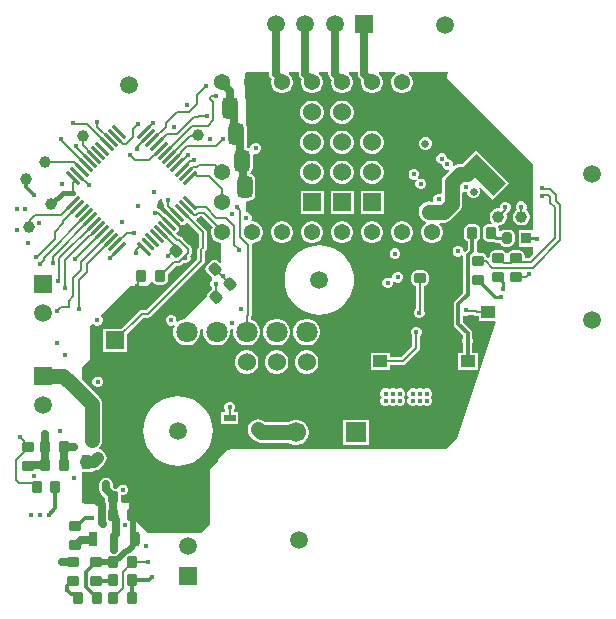
<source format=gtl>
G04*
G04 #@! TF.GenerationSoftware,Altium Limited,Altium Designer,23.4.1 (23)*
G04*
G04 Layer_Physical_Order=1*
G04 Layer_Color=255*
%FSLAX44Y44*%
%MOMM*%
G71*
G04*
G04 #@! TF.SameCoordinates,AB80FC79-285A-43AE-8B4E-7A9897C75676*
G04*
G04*
G04 #@! TF.FilePolarity,Positive*
G04*
G01*
G75*
%ADD10C,0.9906*%
G04:AMPARAMS|DCode=11|XSize=1mm|YSize=0.9mm|CornerRadius=0.225mm|HoleSize=0mm|Usage=FLASHONLY|Rotation=0.000|XOffset=0mm|YOffset=0mm|HoleType=Round|Shape=RoundedRectangle|*
%AMROUNDEDRECTD11*
21,1,1.0000,0.4500,0,0,0.0*
21,1,0.5500,0.9000,0,0,0.0*
1,1,0.4500,0.2750,-0.2250*
1,1,0.4500,-0.2750,-0.2250*
1,1,0.4500,-0.2750,0.2250*
1,1,0.4500,0.2750,0.2250*
%
%ADD11ROUNDEDRECTD11*%
G04:AMPARAMS|DCode=12|XSize=1.475mm|YSize=0.3mm|CornerRadius=0.075mm|HoleSize=0mm|Usage=FLASHONLY|Rotation=225.000|XOffset=0mm|YOffset=0mm|HoleType=Round|Shape=RoundedRectangle|*
%AMROUNDEDRECTD12*
21,1,1.4750,0.1500,0,0,225.0*
21,1,1.3250,0.3000,0,0,225.0*
1,1,0.1500,-0.5215,-0.4154*
1,1,0.1500,0.4154,0.5215*
1,1,0.1500,0.5215,0.4154*
1,1,0.1500,-0.4154,-0.5215*
%
%ADD12ROUNDEDRECTD12*%
G04:AMPARAMS|DCode=13|XSize=1mm|YSize=0.9mm|CornerRadius=0.225mm|HoleSize=0mm|Usage=FLASHONLY|Rotation=315.000|XOffset=0mm|YOffset=0mm|HoleType=Round|Shape=RoundedRectangle|*
%AMROUNDEDRECTD13*
21,1,1.0000,0.4500,0,0,315.0*
21,1,0.5500,0.9000,0,0,315.0*
1,1,0.4500,0.0354,-0.3536*
1,1,0.4500,-0.3536,0.0354*
1,1,0.4500,-0.0354,0.3536*
1,1,0.4500,0.3536,-0.0354*
%
%ADD13ROUNDEDRECTD13*%
G04:AMPARAMS|DCode=14|XSize=1mm|YSize=0.9mm|CornerRadius=0.225mm|HoleSize=0mm|Usage=FLASHONLY|Rotation=90.000|XOffset=0mm|YOffset=0mm|HoleType=Round|Shape=RoundedRectangle|*
%AMROUNDEDRECTD14*
21,1,1.0000,0.4500,0,0,90.0*
21,1,0.5500,0.9000,0,0,90.0*
1,1,0.4500,0.2250,0.2750*
1,1,0.4500,0.2250,-0.2750*
1,1,0.4500,-0.2250,-0.2750*
1,1,0.4500,-0.2250,0.2750*
%
%ADD14ROUNDEDRECTD14*%
%ADD15R,1.0000X0.6000*%
G04:AMPARAMS|DCode=16|XSize=0.6mm|YSize=1mm|CornerRadius=0.15mm|HoleSize=0mm|Usage=FLASHONLY|Rotation=90.000|XOffset=0mm|YOffset=0mm|HoleType=Round|Shape=RoundedRectangle|*
%AMROUNDEDRECTD16*
21,1,0.6000,0.7000,0,0,90.0*
21,1,0.3000,1.0000,0,0,90.0*
1,1,0.3000,0.3500,0.1500*
1,1,0.3000,0.3500,-0.1500*
1,1,0.3000,-0.3500,-0.1500*
1,1,0.3000,-0.3500,0.1500*
%
%ADD16ROUNDEDRECTD16*%
G04:AMPARAMS|DCode=17|XSize=1.2mm|YSize=0.8mm|CornerRadius=0.2mm|HoleSize=0mm|Usage=FLASHONLY|Rotation=90.000|XOffset=0mm|YOffset=0mm|HoleType=Round|Shape=RoundedRectangle|*
%AMROUNDEDRECTD17*
21,1,1.2000,0.4000,0,0,90.0*
21,1,0.8000,0.8000,0,0,90.0*
1,1,0.4000,0.2000,0.4000*
1,1,0.4000,0.2000,-0.4000*
1,1,0.4000,-0.2000,-0.4000*
1,1,0.4000,-0.2000,0.4000*
%
%ADD17ROUNDEDRECTD17*%
%ADD18R,0.8000X1.2000*%
%ADD19R,0.8500X0.9500*%
G04:AMPARAMS|DCode=20|XSize=0.95mm|YSize=0.85mm|CornerRadius=0.2125mm|HoleSize=0mm|Usage=FLASHONLY|Rotation=270.000|XOffset=0mm|YOffset=0mm|HoleType=Round|Shape=RoundedRectangle|*
%AMROUNDEDRECTD20*
21,1,0.9500,0.4250,0,0,270.0*
21,1,0.5250,0.8500,0,0,270.0*
1,1,0.4250,-0.2125,-0.2625*
1,1,0.4250,-0.2125,0.2625*
1,1,0.4250,0.2125,0.2625*
1,1,0.4250,0.2125,-0.2625*
%
%ADD20ROUNDEDRECTD20*%
G04:AMPARAMS|DCode=21|XSize=1.8mm|YSize=1.3mm|CornerRadius=0.325mm|HoleSize=0mm|Usage=FLASHONLY|Rotation=270.000|XOffset=0mm|YOffset=0mm|HoleType=Round|Shape=RoundedRectangle|*
%AMROUNDEDRECTD21*
21,1,1.8000,0.6500,0,0,270.0*
21,1,1.1500,1.3000,0,0,270.0*
1,1,0.6500,-0.3250,-0.5750*
1,1,0.6500,-0.3250,0.5750*
1,1,0.6500,0.3250,0.5750*
1,1,0.6500,0.3250,-0.5750*
%
%ADD21ROUNDEDRECTD21*%
G04:AMPARAMS|DCode=22|XSize=1.475mm|YSize=0.3mm|CornerRadius=0mm|HoleSize=0mm|Usage=FLASHONLY|Rotation=135.000|XOffset=0mm|YOffset=0mm|HoleType=Round|Shape=Rectangle|*
%AMROTATEDRECTD22*
4,1,4,0.6276,-0.4154,0.4154,-0.6276,-0.6276,0.4154,-0.4154,0.6276,0.6276,-0.4154,0.0*
%
%ADD22ROTATEDRECTD22*%

G04:AMPARAMS|DCode=23|XSize=1.475mm|YSize=0.3mm|CornerRadius=0mm|HoleSize=0mm|Usage=FLASHONLY|Rotation=135.000|XOffset=0mm|YOffset=0mm|HoleType=Round|Shape=Round|*
%AMOVALD23*
21,1,1.1750,0.3000,0.0000,0.0000,135.0*
1,1,0.3000,0.4154,-0.4154*
1,1,0.3000,-0.4154,0.4154*
%
%ADD23OVALD23*%

G04:AMPARAMS|DCode=24|XSize=1.475mm|YSize=0.3mm|CornerRadius=0.075mm|HoleSize=0mm|Usage=FLASHONLY|Rotation=135.000|XOffset=0mm|YOffset=0mm|HoleType=Round|Shape=RoundedRectangle|*
%AMROUNDEDRECTD24*
21,1,1.4750,0.1500,0,0,135.0*
21,1,1.3250,0.3000,0,0,135.0*
1,1,0.1500,-0.4154,0.5215*
1,1,0.1500,0.5215,-0.4154*
1,1,0.1500,0.4154,-0.5215*
1,1,0.1500,-0.5215,0.4154*
%
%ADD24ROUNDEDRECTD24*%
%ADD25R,1.2000X1.0000*%
%ADD26C,1.5000*%
G04:AMPARAMS|DCode=27|XSize=1.5mm|YSize=3.5mm|CornerRadius=0.375mm|HoleSize=0mm|Usage=FLASHONLY|Rotation=225.000|XOffset=0mm|YOffset=0mm|HoleType=Round|Shape=RoundedRectangle|*
%AMROUNDEDRECTD27*
21,1,1.5000,2.7500,0,0,225.0*
21,1,0.7500,3.5000,0,0,225.0*
1,1,0.7500,-1.2374,0.7071*
1,1,0.7500,-0.7071,1.2374*
1,1,0.7500,1.2374,-0.7071*
1,1,0.7500,0.7071,-1.2374*
%
%ADD27ROUNDEDRECTD27*%
G04:AMPARAMS|DCode=28|XSize=1.5mm|YSize=3.5mm|CornerRadius=0mm|HoleSize=0mm|Usage=FLASHONLY|Rotation=225.000|XOffset=0mm|YOffset=0mm|HoleType=Round|Shape=Rectangle|*
%AMROTATEDRECTD28*
4,1,4,-0.7071,1.7678,1.7678,-0.7071,0.7071,-1.7678,-1.7678,0.7071,-0.7071,1.7678,0.0*
%
%ADD28ROTATEDRECTD28*%

%ADD29C,0.2032*%
%ADD30C,0.3048*%
%ADD31C,0.4318*%
%ADD32C,0.2540*%
%ADD33C,1.2700*%
%ADD34C,0.6350*%
%ADD35C,1.0160*%
%ADD36C,0.5080*%
%ADD37R,1.5080X1.5080*%
%ADD38C,1.5080*%
%ADD39C,1.3716*%
%ADD40R,1.5080X1.5080*%
%ADD41R,1.8000X1.8000*%
%ADD42C,1.8000*%
%ADD43R,1.4986X1.4986*%
%ADD44C,1.5240*%
%ADD45R,1.7000X1.7000*%
%ADD46C,1.7000*%
%ADD47R,1.4986X1.4986*%
G04:AMPARAMS|DCode=48|XSize=1mm|YSize=1.6mm|CornerRadius=0mm|HoleSize=0mm|Usage=FLASHONLY|Rotation=315.000|XOffset=0mm|YOffset=0mm|HoleType=Round|Shape=Round|*
%AMOVALD48*
21,1,0.6000,1.0000,0.0000,0.0000,45.0*
1,1,1.0000,-0.2121,-0.2121*
1,1,1.0000,0.2121,0.2121*
%
%ADD48OVALD48*%

%ADD49C,0.6750*%
G04:AMPARAMS|DCode=50|XSize=1mm|YSize=2.1mm|CornerRadius=0mm|HoleSize=0mm|Usage=FLASHONLY|Rotation=315.000|XOffset=0mm|YOffset=0mm|HoleType=Round|Shape=Round|*
%AMOVALD50*
21,1,1.1000,1.0000,0.0000,0.0000,45.0*
1,1,1.0000,-0.3889,-0.3889*
1,1,1.0000,0.3889,0.3889*
%
%ADD50OVALD50*%

%ADD51C,0.4500*%
%ADD52C,0.5000*%
G36*
X369062Y453095D02*
X368301Y452334D01*
X367859Y451673D01*
X367704Y450892D01*
X367859Y450112D01*
X368301Y449450D01*
X368301Y449450D01*
X440993Y376759D01*
Y354990D01*
X440993Y320588D01*
X428737D01*
Y306516D01*
X440993D01*
Y300026D01*
X437510Y296543D01*
X433875D01*
Y298750D01*
X433523Y300520D01*
X432520Y302020D01*
X431020Y303023D01*
X429250Y303375D01*
X423750D01*
X421980Y303023D01*
X420480Y302020D01*
X419689Y300836D01*
X419611Y300808D01*
X418538Y300768D01*
X418277Y300836D01*
X417549Y301927D01*
X416049Y302929D01*
X414279Y303281D01*
X408779D01*
X407009Y302929D01*
X405508Y301927D01*
X404506Y300426D01*
X404154Y298656D01*
Y297274D01*
X402884Y296892D01*
X401997Y297485D01*
X401438Y297596D01*
X401279Y298394D01*
X400277Y299895D01*
X398777Y300897D01*
X397007Y301249D01*
X394133D01*
X393095Y302519D01*
X393189Y302992D01*
Y310821D01*
X393325Y310847D01*
X394825Y311850D01*
X395827Y313351D01*
X396180Y315120D01*
Y320620D01*
X395827Y322390D01*
X394825Y323891D01*
X393325Y324893D01*
X391555Y325245D01*
X387055D01*
X385285Y324893D01*
X383784Y323891D01*
X382782Y322390D01*
X382430Y320620D01*
Y315120D01*
X382782Y313351D01*
X383784Y311850D01*
X385285Y310847D01*
X385420Y310821D01*
Y304601D01*
X383130Y302312D01*
X381861Y302838D01*
Y303447D01*
X381170Y305114D01*
X379894Y306390D01*
X378227Y307080D01*
X376422D01*
X374755Y306390D01*
X373479Y305114D01*
X372789Y303447D01*
Y301642D01*
X373479Y299975D01*
X374755Y298699D01*
X376422Y298008D01*
X378227D01*
X379894Y298699D01*
X380292Y299097D01*
X381562Y298571D01*
Y267282D01*
X378860Y264579D01*
X378859Y264579D01*
X374951Y260671D01*
X374109Y259411D01*
X373813Y257924D01*
Y240845D01*
X374109Y239358D01*
X374951Y238098D01*
X381736Y231313D01*
Y229147D01*
X381727Y229137D01*
X381036Y227470D01*
Y225666D01*
X381727Y223999D01*
X381736Y223989D01*
Y216698D01*
X377335D01*
Y202126D01*
X393907D01*
Y216698D01*
X389505D01*
Y224211D01*
X390108Y225666D01*
Y227470D01*
X389505Y228925D01*
Y232922D01*
X389210Y234409D01*
X388368Y235669D01*
X381583Y242454D01*
Y247674D01*
X382639Y248380D01*
X383212Y248142D01*
X385017D01*
X386421Y248724D01*
X386454Y248718D01*
X390830D01*
X390860Y248688D01*
X391952Y247958D01*
X393241Y247702D01*
X394777D01*
Y243782D01*
X408632D01*
X409374Y242752D01*
X376514Y144171D01*
X367587Y135244D01*
X199626Y135244D01*
X184453D01*
X183455Y134247D01*
X182178D01*
X182178Y134247D01*
X181398Y134091D01*
X180736Y133649D01*
X180736Y133649D01*
X174629Y127542D01*
X174187Y126881D01*
X174032Y126100D01*
Y124823D01*
X167689Y118480D01*
Y71998D01*
X159815Y64124D01*
X114349Y64124D01*
X99617Y78856D01*
Y89524D01*
X93291D01*
X92249Y90794D01*
X92368Y91392D01*
Y95811D01*
X92590Y95960D01*
X94395D01*
X96062Y96651D01*
X97338Y97927D01*
X98029Y99594D01*
Y101398D01*
X97338Y103066D01*
X96062Y104342D01*
X94395Y105032D01*
X92590D01*
X90923Y104342D01*
X89647Y103066D01*
X88957Y101398D01*
X88836Y101300D01*
X87743Y101517D01*
X86492D01*
X84865Y103145D01*
Y105272D01*
X84441Y107403D01*
X83234Y109209D01*
X81427Y110416D01*
X79297Y110840D01*
X77166Y110416D01*
X75360Y109209D01*
X74152Y107403D01*
X73729Y105272D01*
Y100838D01*
X74152Y98708D01*
X75360Y96901D01*
X78618Y93643D01*
Y91392D01*
X78737Y90794D01*
X77695Y89524D01*
X58723D01*
Y115856D01*
X68549D01*
Y116713D01*
X68957D01*
X70880Y116966D01*
X72671Y117708D01*
X74210Y118889D01*
X77692Y122371D01*
X78873Y123910D01*
X79615Y125701D01*
X79868Y127624D01*
X79615Y129547D01*
X78873Y131339D01*
X77692Y132878D01*
X76153Y134059D01*
X74362Y134801D01*
X73342Y134935D01*
X72986Y136263D01*
X73550Y136696D01*
X74934Y138500D01*
X75805Y140601D01*
X76101Y142855D01*
Y173058D01*
X75805Y175313D01*
X74934Y177413D01*
X73550Y179217D01*
X58723Y194045D01*
Y204265D01*
X65786Y211328D01*
Y239014D01*
X68164Y241392D01*
X69301Y240254D01*
X70968Y239564D01*
X72773D01*
X74440Y240254D01*
X75716Y241530D01*
X76407Y243197D01*
Y245002D01*
X75716Y246669D01*
X74579Y247806D01*
X79564Y252792D01*
X99822Y273050D01*
X113792Y273050D01*
X117269Y276527D01*
X118847Y276309D01*
X119368Y275528D01*
X120869Y274526D01*
X122639Y274173D01*
X127139D01*
X128909Y274526D01*
X130409Y275528D01*
X131412Y277029D01*
X131763Y278798D01*
Y283662D01*
X138463Y290361D01*
X141317D01*
X142605Y290618D01*
X143698Y291347D01*
X145070Y292720D01*
X145507Y292539D01*
X147311D01*
X148979Y293229D01*
X150255Y294505D01*
X150945Y296173D01*
Y297977D01*
X150764Y298414D01*
X150940Y298589D01*
X151669Y299681D01*
X151926Y300970D01*
Y304514D01*
X151669Y305802D01*
X150940Y306895D01*
X143610Y314224D01*
X142518Y314953D01*
X141230Y315210D01*
X141151D01*
X138959Y317402D01*
X139071Y318539D01*
X140131Y319600D01*
X140802Y320604D01*
X141038Y321789D01*
X140802Y322973D01*
X140131Y323978D01*
X130762Y333347D01*
X129758Y334018D01*
X129329Y334103D01*
X125909Y337523D01*
X124817Y338253D01*
X123801Y338455D01*
X123444Y338812D01*
Y344678D01*
X125911Y347145D01*
X126573Y346901D01*
X127085Y346523D01*
Y344908D01*
X127775Y343241D01*
X128254Y342762D01*
Y341192D01*
X128510Y339904D01*
X129240Y338811D01*
X131638Y336413D01*
X131724Y335984D01*
X132395Y334979D01*
X141764Y325610D01*
X142768Y324939D01*
X143953Y324704D01*
X145138Y324939D01*
X146142Y325610D01*
X147141Y326610D01*
X148466Y326656D01*
X158086Y317037D01*
Y306887D01*
X157704Y306506D01*
X156974Y305413D01*
X156718Y304125D01*
Y296099D01*
X113667Y253049D01*
X109532D01*
X108244Y252792D01*
X107152Y252063D01*
X92057Y236968D01*
X77167D01*
Y217316D01*
X96819D01*
Y232207D01*
X110927Y246315D01*
X115062D01*
X116350Y246572D01*
X117443Y247301D01*
X162465Y292324D01*
X163195Y293416D01*
X163451Y294705D01*
Y302731D01*
X163833Y303112D01*
X164563Y304204D01*
X164819Y305493D01*
Y318431D01*
X164563Y319720D01*
X163833Y320812D01*
X155805Y328839D01*
X156223Y330218D01*
X156536Y330280D01*
X157629Y331010D01*
X158177Y331558D01*
X158798Y331973D01*
X158801Y331976D01*
X160611D01*
X169568Y323018D01*
X169074Y322162D01*
X168451Y319836D01*
Y317428D01*
X169074Y315103D01*
X170278Y313018D01*
X171980Y311315D01*
X174065Y310112D01*
X176391Y309488D01*
X177038D01*
Y293293D01*
X175865Y292806D01*
X174566Y294105D01*
X173066Y295107D01*
X171296Y295460D01*
X169526Y295107D01*
X168026Y294105D01*
X164844Y290923D01*
X163841Y289423D01*
X163489Y287653D01*
X163841Y285883D01*
X164844Y284382D01*
X168733Y280493D01*
X169182Y280194D01*
X169265Y280005D01*
X169261Y278613D01*
X168415Y277768D01*
X167725Y276101D01*
Y274296D01*
X168415Y272629D01*
X168894Y272150D01*
Y269973D01*
X166030Y267109D01*
X165028Y265609D01*
X164776Y264344D01*
X145633Y245201D01*
X143266Y244567D01*
X140693Y243081D01*
X140044Y242432D01*
X138972Y243144D01*
X138966Y243150D01*
Y244953D01*
X138275Y246620D01*
X136999Y247896D01*
X135332Y248586D01*
X133527D01*
X131860Y247896D01*
X130584Y246620D01*
X129894Y244953D01*
Y243148D01*
X130584Y241481D01*
X131860Y240205D01*
X133527Y239514D01*
X135332D01*
X136576Y240030D01*
X137461Y239021D01*
X137106Y238407D01*
X136472Y236040D01*
X136353Y235921D01*
X136417Y235837D01*
X136337Y235536D01*
Y232565D01*
X137106Y229694D01*
X138592Y227121D01*
X140693Y225019D01*
X143266Y223533D01*
X146137Y222764D01*
X149108D01*
X151979Y223533D01*
X154552Y225019D01*
X156654Y227121D01*
X158139Y229694D01*
X158909Y232565D01*
Y235536D01*
X158828Y235837D01*
X159601Y236844D01*
X161044D01*
X161817Y235837D01*
X161737Y235536D01*
Y232565D01*
X162506Y229694D01*
X163992Y227121D01*
X166093Y225019D01*
X168666Y223533D01*
X171537Y222764D01*
X174508D01*
X177379Y223533D01*
X179952Y225019D01*
X182054Y227121D01*
X183540Y229694D01*
X184309Y232565D01*
Y235536D01*
X184228Y235837D01*
X185001Y236844D01*
X186444D01*
X187217Y235837D01*
X187137Y235536D01*
Y232565D01*
X187906Y229694D01*
X189392Y227121D01*
X191493Y225019D01*
X194066Y223533D01*
X196937Y222764D01*
X199909D01*
X202779Y223533D01*
X204519Y224538D01*
X205352Y225019D01*
X207454Y227121D01*
X208939Y229694D01*
X209709Y232565D01*
Y235536D01*
X208939Y238407D01*
X207454Y240980D01*
X205352Y243081D01*
X202779Y244567D01*
X201789Y244832D01*
Y246649D01*
X202464Y247659D01*
X202721Y248948D01*
Y307905D01*
X202658Y308218D01*
X203678Y309488D01*
X204199D01*
X206524Y310112D01*
X208609Y311315D01*
X210312Y313018D01*
X211516Y315103D01*
X212139Y317428D01*
Y319836D01*
X211516Y322162D01*
X210312Y324247D01*
X208609Y325949D01*
X206524Y327153D01*
X204199Y327776D01*
X202951D01*
X202173Y329046D01*
X202588Y330049D01*
Y331854D01*
X201897Y333521D01*
X200621Y334797D01*
X198954Y335487D01*
X198235D01*
X198174Y344347D01*
X199068Y345248D01*
X200243D01*
X202403Y345677D01*
X204234Y346901D01*
X205457Y348732D01*
X205887Y350892D01*
Y362392D01*
X205457Y364552D01*
X204234Y366384D01*
X202403Y367607D01*
X201311Y367824D01*
Y369118D01*
X201734Y369401D01*
X202957Y371232D01*
X203387Y373392D01*
Y384431D01*
X204266Y385190D01*
X204600Y385304D01*
X205092Y385100D01*
X206896D01*
X208563Y385791D01*
X209839Y387067D01*
X210530Y388734D01*
Y390538D01*
X209839Y392205D01*
X208563Y393481D01*
X206896Y394172D01*
X205092D01*
X203425Y393481D01*
X202149Y392205D01*
X201476Y390583D01*
X201372Y390381D01*
X200230Y389888D01*
X199903Y390107D01*
X198649Y390356D01*
Y392098D01*
X198339Y393656D01*
Y395652D01*
X198387Y395892D01*
Y407392D01*
X197957Y409552D01*
X197718Y409910D01*
X197418Y453204D01*
X198680Y454268D01*
X217331D01*
Y453035D01*
X217754Y450904D01*
X218962Y449098D01*
X219668Y448392D01*
X219251Y446836D01*
Y444428D01*
X219874Y442103D01*
X221078Y440018D01*
X222780Y438315D01*
X224865Y437112D01*
X227191Y436488D01*
X229599D01*
X231924Y437112D01*
X234009Y438315D01*
X235712Y440018D01*
X236915Y442103D01*
X237539Y444428D01*
Y446836D01*
X236915Y449162D01*
X235712Y451247D01*
X234009Y452949D01*
X233925Y452998D01*
X234265Y454268D01*
X242331D01*
Y453035D01*
X242754Y450904D01*
X243962Y449098D01*
X244983Y448076D01*
X244651Y446836D01*
Y444428D01*
X245274Y442103D01*
X246478Y440018D01*
X248180Y438315D01*
X250265Y437112D01*
X252591Y436488D01*
X254999D01*
X257324Y437112D01*
X259409Y438315D01*
X261112Y440018D01*
X262316Y442103D01*
X262939Y444428D01*
Y446836D01*
X262316Y449162D01*
X261112Y451247D01*
X259409Y452949D01*
X259325Y452998D01*
X259665Y454268D01*
X267331D01*
Y453035D01*
X267755Y450904D01*
X268962Y449098D01*
X270299Y447761D01*
X270051Y446836D01*
Y444428D01*
X270674Y442103D01*
X271878Y440018D01*
X273580Y438315D01*
X275665Y437112D01*
X277991Y436488D01*
X280399D01*
X282724Y437112D01*
X284809Y438315D01*
X286512Y440018D01*
X287716Y442103D01*
X288339Y444428D01*
Y446836D01*
X287716Y449162D01*
X286512Y451247D01*
X284809Y452949D01*
X284724Y452998D01*
X285065Y454268D01*
X292331D01*
Y453035D01*
X292754Y450904D01*
X293962Y449098D01*
X295614Y447445D01*
X295451Y446836D01*
Y444428D01*
X296074Y442103D01*
X297278Y440018D01*
X298980Y438315D01*
X301065Y437112D01*
X303391Y436488D01*
X305799D01*
X308124Y437112D01*
X310209Y438315D01*
X311912Y440018D01*
X313116Y442103D01*
X313739Y444428D01*
Y446836D01*
X313116Y449162D01*
X311912Y451247D01*
X310209Y452949D01*
X310124Y452998D01*
X310465Y454268D01*
X324125D01*
X324465Y452998D01*
X324380Y452949D01*
X322678Y451247D01*
X321474Y449162D01*
X320851Y446836D01*
Y444428D01*
X321474Y442103D01*
X322678Y440018D01*
X324380Y438315D01*
X326465Y437112D01*
X328791Y436488D01*
X331199D01*
X333524Y437112D01*
X335609Y438315D01*
X337312Y440018D01*
X338516Y442103D01*
X339139Y444428D01*
Y446836D01*
X338516Y449162D01*
X337312Y451247D01*
X335609Y452949D01*
X335524Y452998D01*
X335865Y454268D01*
X368576D01*
X369062Y453095D01*
D02*
G37*
%LPC*%
G36*
X280499Y430138D02*
X277891D01*
X275371Y429463D01*
X273112Y428159D01*
X271268Y426315D01*
X269964Y424056D01*
X269289Y421536D01*
Y418928D01*
X269964Y416409D01*
X271268Y414150D01*
X273112Y412306D01*
X275371Y411002D01*
X277891Y410326D01*
X280499D01*
X283018Y411002D01*
X285277Y412306D01*
X287122Y414150D01*
X288426Y416409D01*
X289101Y418928D01*
Y421536D01*
X288426Y424056D01*
X287122Y426315D01*
X285277Y428159D01*
X283018Y429463D01*
X280499Y430138D01*
D02*
G37*
G36*
X255099D02*
X252491D01*
X249971Y429463D01*
X247712Y428159D01*
X245868Y426315D01*
X244564Y424056D01*
X243889Y421536D01*
Y418928D01*
X244564Y416409D01*
X245868Y414150D01*
X247712Y412306D01*
X249971Y411002D01*
X252491Y410326D01*
X255099D01*
X257618Y411002D01*
X259877Y412306D01*
X261721Y414150D01*
X263026Y416409D01*
X263701Y418928D01*
Y421536D01*
X263026Y424056D01*
X261721Y426315D01*
X259877Y428159D01*
X257618Y429463D01*
X255099Y430138D01*
D02*
G37*
G36*
X350874Y399429D02*
X348622D01*
X346542Y398567D01*
X344949Y396974D01*
X344087Y394894D01*
Y392642D01*
X344949Y390561D01*
X346542Y388969D01*
X348622Y388107D01*
X350874D01*
X352955Y388969D01*
X354548Y390561D01*
X355410Y392642D01*
Y394894D01*
X354548Y396974D01*
X352955Y398567D01*
X350874Y399429D01*
D02*
G37*
G36*
X305899Y404738D02*
X303291D01*
X300771Y404063D01*
X298512Y402759D01*
X296668Y400915D01*
X295364Y398656D01*
X294689Y396137D01*
Y393528D01*
X295364Y391009D01*
X296668Y388750D01*
X298512Y386906D01*
X300771Y385602D01*
X303291Y384926D01*
X305899D01*
X308418Y385602D01*
X310677Y386906D01*
X312521Y388750D01*
X313826Y391009D01*
X314501Y393528D01*
Y396137D01*
X313826Y398656D01*
X312521Y400915D01*
X310677Y402759D01*
X308418Y404063D01*
X305899Y404738D01*
D02*
G37*
G36*
X255099Y404738D02*
X252491D01*
X249971Y404063D01*
X247712Y402759D01*
X245868Y400915D01*
X244564Y398656D01*
X243889Y396137D01*
Y393528D01*
X244564Y391009D01*
X245868Y388750D01*
X247712Y386906D01*
X249971Y385602D01*
X252491Y384926D01*
X255099D01*
X257618Y385602D01*
X259877Y386906D01*
X261721Y388750D01*
X263026Y391009D01*
X263701Y393528D01*
Y396137D01*
X263026Y398656D01*
X261721Y400915D01*
X259877Y402759D01*
X257618Y404063D01*
X255099Y404738D01*
D02*
G37*
G36*
X280499Y404738D02*
X277891D01*
X275371Y404063D01*
X273112Y402759D01*
X271268Y400915D01*
X269964Y398656D01*
X269289Y396137D01*
Y393528D01*
X269964Y391009D01*
X271268Y388750D01*
X273112Y386906D01*
X275371Y385601D01*
X277891Y384926D01*
X280499D01*
X283018Y385601D01*
X285277Y386906D01*
X287122Y388750D01*
X288426Y391009D01*
X289101Y393528D01*
Y396137D01*
X288426Y398656D01*
X287122Y400915D01*
X285277Y402759D01*
X283018Y404063D01*
X280499Y404738D01*
D02*
G37*
G36*
X392953Y388022D02*
X385620Y380689D01*
X385167Y380341D01*
X381347Y376521D01*
X379299D01*
X377045Y376224D01*
X374944Y375354D01*
X374020Y374645D01*
X373210Y375135D01*
X372921Y375402D01*
Y377114D01*
X372230Y378781D01*
X370954Y380057D01*
X369287Y380748D01*
X368143D01*
Y381935D01*
X367453Y383602D01*
X366177Y384878D01*
X364509Y385568D01*
X362705D01*
X361038Y384878D01*
X359762Y383602D01*
X359071Y381935D01*
Y380130D01*
X359762Y378463D01*
X361038Y377187D01*
X362705Y376496D01*
X363849D01*
Y375309D01*
X364539Y373642D01*
X365815Y372366D01*
X367482Y371676D01*
X369050D01*
X369505Y371011D01*
X369673Y370502D01*
X366236Y367066D01*
X364852Y365262D01*
X363982Y363161D01*
X363685Y360907D01*
Y351618D01*
X362415Y350770D01*
X361885Y350989D01*
X360080D01*
X358413Y350299D01*
X357137Y349023D01*
X356447Y347356D01*
Y345551D01*
X356537Y345334D01*
X356218Y344856D01*
X355554Y344388D01*
X355109Y344572D01*
X352855Y344869D01*
X350600Y344572D01*
X348499Y343702D01*
X346695Y342318D01*
X345311Y340514D01*
X344441Y338413D01*
X344144Y336158D01*
X344441Y333904D01*
X345311Y331803D01*
X346695Y329999D01*
X347286Y329408D01*
X349090Y328024D01*
X350105Y327603D01*
X350198Y326190D01*
X349780Y325949D01*
X348078Y324247D01*
X346874Y322162D01*
X346251Y319836D01*
Y317428D01*
X346874Y315103D01*
X348078Y313018D01*
X349780Y311315D01*
X351865Y310112D01*
X354191Y309488D01*
X356599D01*
X358924Y310112D01*
X361009Y311315D01*
X362712Y313018D01*
X363915Y315103D01*
X364539Y317428D01*
Y319836D01*
X363915Y322162D01*
X362712Y324247D01*
X361372Y325587D01*
X361884Y326857D01*
X365492D01*
X367746Y327154D01*
X369847Y328024D01*
X371651Y329408D01*
X378555Y336312D01*
X379939Y338116D01*
X380809Y340217D01*
X381106Y342471D01*
Y351759D01*
X382376Y352608D01*
X382906Y352388D01*
X384710D01*
X384957Y352223D01*
Y351772D01*
X385819Y349691D01*
X387411Y348099D01*
X389492Y347237D01*
X391744D01*
X393825Y348099D01*
X395417Y349691D01*
X396279Y351772D01*
Y354024D01*
X395417Y356105D01*
X396331Y356964D01*
X407095Y346200D01*
X420934Y360040D01*
X392953Y388022D01*
D02*
G37*
G36*
X305899Y379338D02*
X303291D01*
X300771Y378663D01*
X298512Y377359D01*
X296668Y375515D01*
X295364Y373256D01*
X294689Y370737D01*
Y368128D01*
X295364Y365609D01*
X296668Y363350D01*
X298512Y361506D01*
X300771Y360201D01*
X303291Y359526D01*
X305899D01*
X308418Y360201D01*
X310677Y361506D01*
X312521Y363350D01*
X313826Y365609D01*
X314501Y368128D01*
Y370737D01*
X313826Y373256D01*
X312521Y375515D01*
X310677Y377359D01*
X308418Y378663D01*
X305899Y379338D01*
D02*
G37*
G36*
X280499D02*
X277891D01*
X275371Y378663D01*
X273112Y377359D01*
X271268Y375515D01*
X269964Y373256D01*
X269289Y370737D01*
Y368128D01*
X269964Y365609D01*
X271268Y363350D01*
X273112Y361506D01*
X275371Y360201D01*
X277891Y359526D01*
X280499D01*
X283018Y360201D01*
X285277Y361506D01*
X287122Y363350D01*
X288426Y365609D01*
X289101Y368128D01*
Y370737D01*
X288426Y373256D01*
X287122Y375515D01*
X285277Y377359D01*
X283018Y378663D01*
X280499Y379338D01*
D02*
G37*
G36*
X255099Y379338D02*
X252491D01*
X249971Y378663D01*
X247712Y377359D01*
X245868Y375515D01*
X244564Y373256D01*
X243889Y370737D01*
Y368128D01*
X244564Y365609D01*
X245868Y363350D01*
X247712Y361506D01*
X249971Y360201D01*
X252491Y359526D01*
X255099D01*
X257618Y360201D01*
X259877Y361506D01*
X261721Y363350D01*
X263026Y365609D01*
X263701Y368128D01*
Y370737D01*
X263026Y373256D01*
X261721Y375515D01*
X259877Y377359D01*
X257618Y378663D01*
X255099Y379338D01*
D02*
G37*
G36*
X340894Y372317D02*
X339089D01*
X337422Y371626D01*
X336146Y370350D01*
X335455Y368683D01*
Y366879D01*
X336146Y365211D01*
X337422Y363936D01*
X339089Y363245D01*
X340894D01*
X341503Y363497D01*
X342222Y362421D01*
X341897Y362096D01*
X341207Y360429D01*
Y358624D01*
X341897Y356957D01*
X343173Y355681D01*
X344840Y354990D01*
X346645D01*
X348312Y355681D01*
X349588Y356957D01*
X350279Y358624D01*
Y360429D01*
X349588Y362096D01*
X348312Y363372D01*
X346645Y364062D01*
X344840D01*
X344231Y363810D01*
X343512Y364887D01*
X343837Y365211D01*
X344527Y366879D01*
Y368683D01*
X343837Y370350D01*
X342561Y371626D01*
X340894Y372317D01*
D02*
G37*
G36*
X263574Y353811D02*
X244016D01*
Y334253D01*
X263574D01*
Y353811D01*
D02*
G37*
G36*
X314374Y353811D02*
X294816D01*
Y334253D01*
X314374D01*
Y353811D01*
D02*
G37*
G36*
X288974D02*
X269416D01*
Y334253D01*
X288974D01*
Y353811D01*
D02*
G37*
G36*
X431735Y344758D02*
X429930D01*
X428263Y344068D01*
X426987Y342792D01*
X426297Y341125D01*
Y339320D01*
X426975Y337682D01*
X426548Y337435D01*
X425200Y336087D01*
X424247Y334436D01*
X423754Y332595D01*
Y330689D01*
X424247Y328848D01*
X425200Y327197D01*
X426548Y325850D01*
X428199Y324897D01*
X430040Y324403D01*
X431946D01*
X433787Y324897D01*
X435438Y325850D01*
X436785Y327197D01*
X437738Y328848D01*
X438232Y330689D01*
Y332595D01*
X437738Y334436D01*
X436785Y336087D01*
X435438Y337435D01*
X434752Y337831D01*
X435369Y339320D01*
Y341125D01*
X434678Y342792D01*
X433402Y344068D01*
X431735Y344758D01*
D02*
G37*
G36*
X305798Y327776D02*
X303391D01*
X301065Y327153D01*
X298980Y325949D01*
X297278Y324247D01*
X296074Y322162D01*
X295451Y319836D01*
Y317428D01*
X296074Y315103D01*
X297278Y313018D01*
X298980Y311315D01*
X301065Y310112D01*
X303391Y309488D01*
X305798D01*
X308124Y310112D01*
X310209Y311315D01*
X311912Y313018D01*
X313116Y315103D01*
X313739Y317428D01*
Y319836D01*
X313116Y322162D01*
X311912Y324247D01*
X310209Y325949D01*
X308124Y327153D01*
X305798Y327776D01*
D02*
G37*
G36*
X229599Y327776D02*
X227191D01*
X224865Y327153D01*
X222780Y325949D01*
X221078Y324247D01*
X219874Y322162D01*
X219251Y319836D01*
Y317428D01*
X219874Y315103D01*
X221078Y313018D01*
X222780Y311315D01*
X224865Y310112D01*
X227191Y309488D01*
X229599D01*
X231924Y310112D01*
X234009Y311315D01*
X235712Y313018D01*
X236915Y315103D01*
X237539Y317428D01*
Y319836D01*
X236915Y322162D01*
X235712Y324247D01*
X234009Y325949D01*
X231924Y327153D01*
X229599Y327776D01*
D02*
G37*
G36*
X280399Y327776D02*
X277991D01*
X275665Y327153D01*
X273580Y325949D01*
X271878Y324247D01*
X270674Y322162D01*
X270051Y319836D01*
Y317428D01*
X270674Y315103D01*
X271878Y313018D01*
X273580Y311315D01*
X275665Y310112D01*
X277991Y309488D01*
X280399D01*
X282724Y310112D01*
X284809Y311315D01*
X286512Y313018D01*
X287716Y315103D01*
X288339Y317428D01*
Y319836D01*
X287716Y322162D01*
X286512Y324247D01*
X284809Y325949D01*
X282724Y327153D01*
X280399Y327776D01*
D02*
G37*
G36*
X254999D02*
X252591D01*
X250265Y327153D01*
X248180Y325949D01*
X246478Y324247D01*
X245274Y322162D01*
X244651Y319836D01*
Y317428D01*
X245274Y315103D01*
X246478Y313018D01*
X248180Y311315D01*
X250265Y310112D01*
X252591Y309488D01*
X254999D01*
X257324Y310112D01*
X259409Y311315D01*
X261112Y313018D01*
X262316Y315103D01*
X262939Y317428D01*
Y319836D01*
X262316Y322162D01*
X261112Y324247D01*
X259409Y325949D01*
X257324Y327153D01*
X254999Y327776D01*
D02*
G37*
G36*
X331199Y327776D02*
X328791D01*
X326465Y327153D01*
X324380Y325949D01*
X322678Y324247D01*
X321474Y322162D01*
X320851Y319836D01*
Y317428D01*
X321474Y315103D01*
X322678Y313018D01*
X324380Y311315D01*
X326465Y310112D01*
X328791Y309488D01*
X331199D01*
X333524Y310112D01*
X335609Y311315D01*
X337312Y313018D01*
X338516Y315103D01*
X339139Y317428D01*
Y319836D01*
X338516Y322162D01*
X337312Y324247D01*
X335609Y325949D01*
X333524Y327153D01*
X331199Y327776D01*
D02*
G37*
G36*
X418431Y344214D02*
X416626D01*
X414959Y343524D01*
X413683Y342248D01*
X412993Y340581D01*
Y339935D01*
X412228Y338825D01*
X410322D01*
X408480Y338332D01*
X406830Y337379D01*
X405482Y336031D01*
X404529Y334380D01*
X404036Y332539D01*
Y330633D01*
X404529Y328792D01*
X405482Y327141D01*
X406108Y326515D01*
X405582Y325245D01*
X403055D01*
X401285Y324893D01*
X399784Y323891D01*
X398782Y322390D01*
X398430Y320620D01*
Y315120D01*
X398782Y313351D01*
X399784Y311850D01*
X401285Y310847D01*
X403055Y310495D01*
X407555D01*
X407765Y310537D01*
X408266Y310203D01*
X409653Y309927D01*
X412349D01*
X412493Y309206D01*
X413468Y307747D01*
X414927Y306772D01*
X416648Y306430D01*
X420898D01*
X422619Y306772D01*
X424078Y307747D01*
X425053Y309206D01*
X425395Y310927D01*
Y316177D01*
X425053Y317898D01*
X424078Y319357D01*
X422619Y320332D01*
X420898Y320675D01*
X416648D01*
X414927Y320332D01*
X413468Y319357D01*
X413450Y319331D01*
X412179Y319716D01*
Y320620D01*
X411828Y322390D01*
X411368Y323077D01*
X412047Y324347D01*
X412228D01*
X414069Y324841D01*
X415719Y325794D01*
X417067Y327141D01*
X418020Y328792D01*
X418514Y330633D01*
Y332539D01*
X418191Y333742D01*
X419437Y334987D01*
X419965Y335778D01*
X420098Y335833D01*
X421374Y337109D01*
X422065Y338776D01*
Y340581D01*
X421374Y342248D01*
X420098Y343524D01*
X418431Y344214D01*
D02*
G37*
G36*
X324801Y304880D02*
X322996D01*
X321329Y304190D01*
X320053Y302914D01*
X319363Y301247D01*
Y299442D01*
X320053Y297775D01*
X321329Y296499D01*
X322996Y295808D01*
X324801D01*
X326468Y296499D01*
X327744Y297775D01*
X328435Y299442D01*
Y301247D01*
X327744Y302914D01*
X326468Y304190D01*
X324801Y304880D01*
D02*
G37*
G36*
X327284Y285125D02*
X325480D01*
X323813Y284434D01*
X322537Y283158D01*
X321846Y281491D01*
Y279874D01*
X321343Y279500D01*
X320673Y279251D01*
X320372Y279552D01*
X318705Y280242D01*
X316900D01*
X315233Y279552D01*
X313957Y278276D01*
X313267Y276609D01*
Y274804D01*
X313957Y273137D01*
X315233Y271861D01*
X316900Y271170D01*
X318705D01*
X320372Y271861D01*
X321648Y273137D01*
X322339Y274804D01*
Y276421D01*
X322842Y276795D01*
X323512Y277044D01*
X323813Y276743D01*
X325480Y276053D01*
X327284D01*
X328952Y276743D01*
X330228Y278019D01*
X330918Y279687D01*
Y281491D01*
X330228Y283158D01*
X328952Y284434D01*
X327284Y285125D01*
D02*
G37*
G36*
X260000Y307558D02*
X255404Y307197D01*
X250922Y306121D01*
X246663Y304356D01*
X242733Y301948D01*
X239228Y298954D01*
X236234Y295449D01*
X233825Y291518D01*
X232061Y287260D01*
X230985Y282777D01*
X230623Y278182D01*
X230985Y273586D01*
X232061Y269104D01*
X233825Y264845D01*
X236234Y260915D01*
X239228Y257409D01*
X242733Y254416D01*
X246663Y252007D01*
X250922Y250243D01*
X255404Y249167D01*
X260000Y248805D01*
X264596Y249167D01*
X269078Y250243D01*
X273337Y252007D01*
X277267Y254416D01*
X280772Y257409D01*
X283766Y260915D01*
X286175Y264845D01*
X287939Y269104D01*
X289015Y273586D01*
X289377Y278182D01*
X289015Y282777D01*
X287939Y287260D01*
X286175Y291518D01*
X283766Y295449D01*
X280772Y298954D01*
X277267Y301948D01*
X273337Y304356D01*
X269078Y306121D01*
X264596Y307197D01*
X260000Y307558D01*
D02*
G37*
G36*
X347985Y286519D02*
X342485D01*
X340715Y286167D01*
X339214Y285165D01*
X338212Y283664D01*
X337860Y281894D01*
Y277394D01*
X338212Y275625D01*
X339214Y274124D01*
X340715Y273121D01*
X341868Y272892D01*
Y254116D01*
X340627Y252876D01*
X339937Y251209D01*
Y249404D01*
X340627Y247737D01*
X341903Y246461D01*
X343570Y245770D01*
X345375D01*
X347042Y246461D01*
X348318Y247737D01*
X349009Y249404D01*
Y251209D01*
X348601Y252192D01*
Y272892D01*
X349754Y273121D01*
X351255Y274124D01*
X352257Y275625D01*
X352609Y277394D01*
Y281894D01*
X352257Y283664D01*
X351255Y285165D01*
X349754Y286167D01*
X347985Y286519D01*
D02*
G37*
G36*
X250709Y245336D02*
X247737D01*
X244866Y244567D01*
X242293Y243081D01*
X240192Y240980D01*
X238706Y238407D01*
X237937Y235536D01*
Y232565D01*
X238706Y229694D01*
X240192Y227121D01*
X242293Y225019D01*
X244866Y223533D01*
X247737Y222764D01*
X250709D01*
X253579Y223533D01*
X256152Y225019D01*
X258254Y227121D01*
X259739Y229694D01*
X260509Y232565D01*
Y235536D01*
X259739Y238407D01*
X258254Y240980D01*
X256152Y243081D01*
X253579Y244567D01*
X250709Y245336D01*
D02*
G37*
G36*
X225308D02*
X222337D01*
X219466Y244567D01*
X216893Y243081D01*
X214792Y240980D01*
X213306Y238407D01*
X212537Y235536D01*
Y232565D01*
X213306Y229694D01*
X214792Y227121D01*
X216893Y225019D01*
X219466Y223533D01*
X222337Y222764D01*
X225308D01*
X228179Y223533D01*
X230752Y225019D01*
X232854Y227121D01*
X234340Y229694D01*
X235109Y232565D01*
Y235536D01*
X234340Y238407D01*
X232854Y240980D01*
X230752Y243081D01*
X228179Y244567D01*
X225308Y245336D01*
D02*
G37*
G36*
X342902Y238536D02*
X341098D01*
X339431Y237845D01*
X338155Y236569D01*
X337464Y234902D01*
Y233098D01*
X338155Y231431D01*
X338633Y230952D01*
Y222395D01*
X329018Y212779D01*
X319907D01*
Y216698D01*
X303335D01*
Y202126D01*
X319907D01*
Y206046D01*
X330412D01*
X331701Y206302D01*
X332793Y207032D01*
X344381Y218619D01*
X345110Y219712D01*
X345367Y221000D01*
Y230952D01*
X345845Y231431D01*
X346536Y233098D01*
Y234902D01*
X345845Y236569D01*
X344569Y237845D01*
X342902Y238536D01*
D02*
G37*
G36*
X250527Y218556D02*
X247918D01*
X245399Y217881D01*
X243140Y216577D01*
X241296Y214733D01*
X239992Y212474D01*
X239317Y209954D01*
Y207346D01*
X239992Y204827D01*
X241296Y202568D01*
X243140Y200724D01*
X245399Y199419D01*
X247918Y198744D01*
X250527D01*
X253046Y199419D01*
X255305Y200724D01*
X257149Y202568D01*
X258454Y204827D01*
X259129Y207346D01*
Y209954D01*
X258454Y212474D01*
X257149Y214733D01*
X255305Y216577D01*
X253046Y217881D01*
X250527Y218556D01*
D02*
G37*
G36*
X225127D02*
X222519D01*
X219999Y217881D01*
X217740Y216577D01*
X215896Y214733D01*
X214592Y212474D01*
X213917Y209954D01*
Y207346D01*
X214592Y204827D01*
X215896Y202568D01*
X217740Y200724D01*
X219999Y199419D01*
X222519Y198744D01*
X225127D01*
X227646Y199419D01*
X229905Y200724D01*
X231749Y202568D01*
X233054Y204827D01*
X233729Y207346D01*
Y209954D01*
X233054Y212474D01*
X231749Y214733D01*
X229905Y216577D01*
X227646Y217881D01*
X225127Y218556D01*
D02*
G37*
G36*
X199727D02*
X197118D01*
X194599Y217881D01*
X192340Y216577D01*
X190496Y214733D01*
X189192Y212474D01*
X188517Y209954D01*
Y207346D01*
X189192Y204827D01*
X190496Y202568D01*
X192340Y200724D01*
X194599Y199419D01*
X197118Y198744D01*
X199727D01*
X202246Y199419D01*
X204505Y200724D01*
D01*
X206349Y202568D01*
X207654Y204827D01*
X208329Y207346D01*
Y209954D01*
X207654Y212474D01*
X206349Y214733D01*
X204615Y216467D01*
X204505Y216577D01*
X202246Y217881D01*
X199727Y218556D01*
D02*
G37*
G36*
X73138Y196467D02*
X71334D01*
X69667Y195777D01*
X68391Y194501D01*
X67700Y192833D01*
Y191029D01*
X68391Y189362D01*
X69667Y188086D01*
X71334Y187395D01*
X73138D01*
X74805Y188086D01*
X76081Y189362D01*
X76772Y191029D01*
Y192833D01*
X76081Y194501D01*
X74805Y195777D01*
X73138Y196467D01*
D02*
G37*
G36*
X351902Y186536D02*
X350098D01*
X348430Y185845D01*
X348000Y185415D01*
X347569Y185845D01*
X345902Y186536D01*
X344098D01*
X342431Y185845D01*
X342000Y185415D01*
X341569Y185845D01*
X339902Y186536D01*
X338098D01*
X336431Y185845D01*
X335155Y184569D01*
X334464Y182902D01*
Y181098D01*
X335155Y179431D01*
X335585Y179000D01*
X335155Y178570D01*
X334464Y176902D01*
Y175098D01*
X335155Y173431D01*
X336431Y172155D01*
X338098Y171464D01*
X339902D01*
X341569Y172155D01*
X342000Y172585D01*
X342431Y172155D01*
X344098Y171464D01*
X345902D01*
X347569Y172155D01*
X348000Y172585D01*
X348430Y172155D01*
X350098Y171464D01*
X351902D01*
X353569Y172155D01*
X354845Y173431D01*
X355536Y175098D01*
Y176902D01*
X354845Y178570D01*
X354415Y179000D01*
X354845Y179431D01*
X355536Y181098D01*
Y182902D01*
X354845Y184569D01*
X353569Y185845D01*
X351902Y186536D01*
D02*
G37*
G36*
X328902Y186536D02*
X327098D01*
X325430Y185845D01*
X325000Y185415D01*
X324569Y185845D01*
X322902Y186536D01*
X321098D01*
X319431Y185845D01*
X319000Y185415D01*
X318569Y185845D01*
X316902Y186536D01*
X315098D01*
X313431Y185845D01*
X312155Y184569D01*
X311464Y182902D01*
Y181098D01*
X312155Y179431D01*
X312585Y179000D01*
X312155Y178569D01*
X311464Y176902D01*
Y175098D01*
X312155Y173431D01*
X313431Y172155D01*
X315098Y171464D01*
X316902D01*
X318569Y172155D01*
X319000Y172585D01*
X319431Y172155D01*
X321098Y171464D01*
X322902D01*
X324569Y172155D01*
X325000Y172585D01*
X325430Y172155D01*
X327098Y171464D01*
X328902D01*
X330569Y172155D01*
X331845Y173431D01*
X332536Y175098D01*
Y176902D01*
X331845Y178569D01*
X331415Y179000D01*
X331845Y179431D01*
X332536Y181098D01*
Y182902D01*
X331845Y184569D01*
X330569Y185845D01*
X328902Y186536D01*
D02*
G37*
G36*
X184895Y175038D02*
X183090D01*
X181423Y174348D01*
X180147Y173072D01*
X179457Y171405D01*
Y169600D01*
X180147Y167933D01*
X180382Y167698D01*
X180036Y166428D01*
X176707D01*
Y155856D01*
X191279D01*
Y166428D01*
X187949D01*
X187604Y167698D01*
X187838Y167933D01*
X188529Y169600D01*
Y171405D01*
X187838Y173072D01*
X186562Y174348D01*
X184895Y175038D01*
D02*
G37*
G36*
X301579Y159928D02*
X280007D01*
Y138356D01*
X301579D01*
Y159928D01*
D02*
G37*
G36*
X207993Y160353D02*
X205738Y160056D01*
D01*
X203637Y159186D01*
X201833Y157802D01*
X200449Y155998D01*
X199579Y153897D01*
X199282Y151642D01*
X199579Y149388D01*
X200449Y147287D01*
X201534Y145873D01*
X201833Y145483D01*
X204333Y142983D01*
X206137Y141599D01*
X208238Y140729D01*
X210493Y140432D01*
X233508D01*
X235829Y139091D01*
X238573Y138356D01*
X241413D01*
X244156Y139091D01*
X246615Y140511D01*
X248624Y142520D01*
X250044Y144979D01*
X250779Y147722D01*
Y150562D01*
X250044Y153306D01*
X248624Y155765D01*
X246615Y157773D01*
X244156Y159193D01*
X241413Y159928D01*
X238573D01*
X235829Y159193D01*
X233508Y157853D01*
X214085D01*
X212348Y159186D01*
X210247Y160056D01*
X207993Y160353D01*
D02*
G37*
G36*
X140160Y179845D02*
X135565Y179483D01*
X131082Y178407D01*
X126823Y176643D01*
X122893Y174235D01*
X119388Y171241D01*
X116394Y167736D01*
X113985Y163805D01*
X112221Y159546D01*
X111145Y155064D01*
X110784Y150469D01*
X111145Y145873D01*
X112221Y141391D01*
X113985Y137132D01*
X116394Y133201D01*
X119388Y129696D01*
X122893Y126702D01*
X126823Y124294D01*
X131082Y122530D01*
X135565Y121454D01*
X140160Y121092D01*
X144756Y121454D01*
X149238Y122530D01*
X153497Y124294D01*
X157427Y126702D01*
X160932Y129696D01*
X163926Y133201D01*
X166335Y137132D01*
X168099Y141391D01*
X169175Y145873D01*
X169537Y150469D01*
X169175Y155064D01*
X168099Y159546D01*
X166335Y163805D01*
X163926Y167736D01*
X160932Y171241D01*
X157427Y174235D01*
X153497Y176643D01*
X149238Y178407D01*
X144756Y179483D01*
X140160Y179845D01*
D02*
G37*
%LPD*%
D10*
X27940Y378206D02*
D03*
X13970Y322834D02*
D03*
X33020Y342392D02*
D03*
X11176Y363982D02*
D03*
X157226Y400558D02*
D03*
X59436Y400304D02*
D03*
X411275Y331586D02*
D03*
X430993Y331642D02*
D03*
D11*
X426500Y296500D02*
D03*
Y280500D02*
D03*
X53493Y69642D02*
D03*
Y53642D02*
D03*
X70993Y23642D02*
D03*
Y39642D02*
D03*
X50993Y23642D02*
D03*
Y39642D02*
D03*
X13493Y121142D02*
D03*
X13493Y137142D02*
D03*
X345235Y295644D02*
D03*
Y279644D02*
D03*
X394257Y278374D02*
D03*
Y294374D02*
D03*
X411529Y280406D02*
D03*
Y296406D02*
D03*
D12*
X69258Y325943D02*
D03*
X150405Y364664D02*
D03*
X146870Y368200D02*
D03*
X143334Y371735D02*
D03*
X139799Y375271D02*
D03*
X136263Y378806D02*
D03*
X132728Y382342D02*
D03*
X129192Y385877D02*
D03*
X125656Y389413D02*
D03*
X122121Y392948D02*
D03*
X118586Y396484D02*
D03*
X115050Y400019D02*
D03*
X111514Y403555D02*
D03*
X51580Y343620D02*
D03*
X55116Y340085D02*
D03*
X58651Y336549D02*
D03*
X62187Y333014D02*
D03*
X65722Y329478D02*
D03*
X72793Y322407D02*
D03*
X76329Y318872D02*
D03*
X79864Y315336D02*
D03*
X83400Y311801D02*
D03*
X86935Y308265D02*
D03*
X90471Y304730D02*
D03*
D13*
X172836Y263486D02*
D03*
X184149Y274799D02*
D03*
X171649Y287299D02*
D03*
X160336Y275986D02*
D03*
X149978Y314129D02*
D03*
X138664Y302815D02*
D03*
D14*
X36493Y102832D02*
D03*
X20493Y102832D02*
D03*
X101493Y39142D02*
D03*
X85493D02*
D03*
X101493Y24142D02*
D03*
X85493D02*
D03*
Y9142D02*
D03*
X101493Y9142D02*
D03*
X85493Y94142D02*
D03*
X101493Y94142D02*
D03*
X85493Y79142D02*
D03*
X101493D02*
D03*
X27993Y121642D02*
D03*
X43993D02*
D03*
X27993Y136642D02*
D03*
X43993D02*
D03*
X71493Y9142D02*
D03*
X55493D02*
D03*
X108889Y281548D02*
D03*
X124889D02*
D03*
X405305Y317870D02*
D03*
X389305D02*
D03*
D15*
X183993Y161142D02*
D03*
D16*
Y142142D02*
D03*
X207993Y151642D02*
D03*
D17*
X103493Y59142D02*
D03*
X97263Y124142D02*
D03*
D18*
X68493Y59142D02*
D03*
X62263Y124142D02*
D03*
D19*
X435273Y313552D02*
D03*
D20*
X418773D02*
D03*
D21*
X184493Y424142D02*
D03*
X212493D02*
D03*
X189493Y401642D02*
D03*
X217493D02*
D03*
X194493Y379142D02*
D03*
X222493D02*
D03*
X196993Y356642D02*
D03*
X224993D02*
D03*
D22*
X111514Y304730D02*
D03*
D23*
X115050Y308265D02*
D03*
D24*
X118586Y311801D02*
D03*
X122121Y315336D02*
D03*
X125656Y318872D02*
D03*
X129192Y322407D02*
D03*
X132728Y325943D02*
D03*
X136263Y329478D02*
D03*
X139799Y333014D02*
D03*
X143334Y336549D02*
D03*
X146870Y340085D02*
D03*
X150405Y343620D02*
D03*
X90471Y403555D02*
D03*
X86935Y400019D02*
D03*
X83400Y396484D02*
D03*
X79864Y392948D02*
D03*
X76329Y389413D02*
D03*
X72793Y385877D02*
D03*
X69258Y382342D02*
D03*
X65722Y378806D02*
D03*
X62187Y375271D02*
D03*
X58651Y371735D02*
D03*
X55116Y368200D02*
D03*
X51580Y364664D02*
D03*
D25*
X329063Y251068D02*
D03*
X403063D02*
D03*
X311621Y209412D02*
D03*
X385621D02*
D03*
D26*
X490537Y243924D02*
D03*
X242831Y57698D02*
D03*
X99173Y443502D02*
D03*
X490993Y368048D02*
D03*
X365993Y494142D02*
D03*
X140160Y150469D02*
D03*
X260000Y278182D02*
D03*
D27*
X363961Y403173D02*
D03*
D28*
X400024Y367111D02*
D03*
D29*
X171918Y287299D02*
X177785Y281432D01*
X171649Y287299D02*
X171918D01*
X177785Y281432D02*
X178054D01*
X177517D02*
X184149Y274799D01*
X141230Y311843D02*
X148559Y304514D01*
Y300970D02*
Y304514D01*
X144664Y297075D02*
X146409D01*
X141317Y293728D02*
X148559Y300970D01*
X191565Y303646D02*
Y304053D01*
X188022Y307596D02*
X191565Y304053D01*
X27940Y378206D02*
X52180D01*
X58651Y371735D01*
X13970Y322834D02*
X14801Y323666D01*
Y329254D01*
X19050Y333502D01*
X41462D01*
X51580Y343620D01*
X59436Y392164D02*
X69258Y382342D01*
X59436Y392164D02*
Y400304D01*
X330412Y209412D02*
X342000Y221000D01*
Y234000D01*
X311621Y209412D02*
X330412D01*
X129192Y385877D02*
X140963Y397648D01*
X141111D01*
X153444Y416088D02*
X156852D01*
X139323Y401966D02*
X153444Y416088D01*
X141111Y397648D02*
X152403Y408940D01*
X131139Y401966D02*
X139323D01*
X122121Y392948D02*
X131139Y401966D01*
X152403Y408940D02*
X165608D01*
X130037Y407935D02*
Y410961D01*
X139482Y420406D02*
X149874D01*
X130037Y410961D02*
X139482Y420406D01*
X118586Y396484D02*
X130037Y407935D01*
X62821Y409992D02*
X79864Y392948D01*
X52956Y409992D02*
X62821D01*
X51722Y411226D02*
X52956Y409992D01*
X51054Y411226D02*
X51722D01*
X102247Y406031D02*
X106680Y410464D01*
X96266Y393446D02*
X102247Y399427D01*
Y406031D01*
X93509Y393446D02*
X96266D01*
X86935Y400019D02*
X93509Y393446D01*
X71882Y408002D02*
X83400Y396484D01*
X71882Y408002D02*
Y411988D01*
X156767Y427299D02*
Y435219D01*
X164133Y442584D01*
X156852Y416088D02*
X157407Y416642D01*
X149874Y420406D02*
X156767Y427299D01*
X157407Y416642D02*
X164639D01*
X172874Y391674D02*
X178457Y397256D01*
X156742Y400074D02*
X157226Y400558D01*
X150459Y400074D02*
X156742D01*
X132728Y382342D02*
X150459Y400074D01*
X165608Y408940D02*
X170191Y413523D01*
X35750Y318939D02*
X43184Y326373D01*
Y328154D01*
X55116Y340085D01*
X160085Y304125D02*
X161452Y305493D01*
Y318431D01*
X115062Y249682D02*
X160085Y294705D01*
X143334Y336549D02*
X161452Y318431D01*
X160085Y294705D02*
Y304125D01*
X172085Y433960D02*
X172212Y434086D01*
X168910Y433960D02*
X172085D01*
X167720Y432769D02*
X168910Y433960D01*
X167720Y431212D02*
Y432769D01*
Y431212D02*
X170191Y428741D01*
Y413523D02*
Y428741D01*
X105684Y273463D02*
X106166Y273946D01*
X105684Y272796D02*
Y273463D01*
X37952Y252328D02*
X40943Y255319D01*
X47801D01*
X37952Y251813D02*
Y252328D01*
X111506Y198882D02*
X111760D01*
X115570Y195072D02*
X124460Y203962D01*
Y243339D01*
X111760Y198882D02*
X115570Y195072D01*
X86993Y227142D02*
X109532Y249682D01*
X115062D01*
X124889Y281548D02*
X137068Y293728D01*
X141317D01*
X155900Y307792D02*
Y307815D01*
X149978Y313738D02*
Y314129D01*
Y313738D02*
X155900Y307815D01*
X151892Y270764D02*
X157114Y275986D01*
X160336D01*
X157406Y335342D02*
X162006D01*
X155438Y339660D02*
X164014D01*
X177595Y318632D02*
Y319753D01*
X155248Y333390D02*
X156211Y334354D01*
X155244Y339466D02*
X155438Y339660D01*
X162006Y335342D02*
X177595Y319753D01*
X153565Y333390D02*
X155248D01*
X172596Y331078D02*
X181173D01*
X156418Y334354D02*
X157406Y335342D01*
X164014Y339660D02*
X172596Y331078D01*
X156211Y334354D02*
X156418D01*
X150405Y343620D02*
X154560Y339466D01*
X146870Y340085D02*
X146870D01*
X154560Y339466D02*
X155244D01*
X146870Y340085D02*
X153565Y333390D01*
X38518Y277024D02*
X39889Y278395D01*
X426500Y280500D02*
X434678D01*
X437230Y283052D01*
X437388D01*
X440798Y288604D02*
X463853Y311659D01*
X427668Y296500D02*
X430992Y293176D01*
X438905D01*
X406479Y288604D02*
X440798D01*
X400709Y294374D02*
X406479Y288604D01*
X394257Y294374D02*
X400709D01*
X411529Y296406D02*
X412696D01*
X416103Y293000D01*
X421832D01*
X425332Y296500D01*
X427668D01*
X438905Y293176D02*
X459281Y313552D01*
X35750Y312750D02*
Y318939D01*
X21930Y298930D02*
X35750Y312750D01*
X19733Y297699D02*
X20401D01*
X21632Y298930D01*
X47801Y255319D02*
Y260508D01*
X51526Y264233D01*
Y279927D01*
X199354Y248948D02*
Y307905D01*
X198423Y234050D02*
Y248016D01*
X199354Y248948D01*
X192500Y314759D02*
X199354Y307905D01*
X39889Y278395D02*
Y296574D01*
X44360Y271182D02*
Y294938D01*
X65397Y315976D01*
X39889Y296574D02*
X69258Y325943D01*
X66362Y315976D02*
X72793Y322407D01*
X65397Y315976D02*
X66362D01*
X23146Y292160D02*
X26415Y295428D01*
X34250Y292250D02*
Y298006D01*
X23146Y291536D02*
Y292160D01*
X56321Y253746D02*
Y278384D01*
X51526Y279927D02*
X58179Y286580D01*
X56321Y278384D02*
X63041Y285104D01*
X53419Y296146D02*
X53429D01*
X76154Y318872D01*
X58179Y293219D02*
X66773Y301813D01*
X58179Y286580D02*
Y293219D01*
X63041Y291442D02*
X83400Y311801D01*
X63041Y285104D02*
Y291442D01*
X66773Y301813D02*
Y302245D01*
X76154Y318872D02*
X76329D01*
X66773Y302245D02*
X79864Y315336D01*
X34250Y298006D02*
X65722Y329478D01*
X21632Y298930D02*
X21930D01*
X190468Y339540D02*
Y339932D01*
Y339540D02*
X192500Y337508D01*
Y314759D02*
Y337508D01*
X188022Y307596D02*
Y324229D01*
X181173Y331078D02*
X188022Y324229D01*
X26415Y295428D02*
Y297242D01*
X62187Y333014D01*
X150322Y378722D02*
X152003D01*
X143334Y371735D02*
X150322Y378722D01*
X152003D02*
X152764Y379483D01*
X153432D01*
X9528Y133010D02*
X13577Y137058D01*
X6399Y145404D02*
X10270Y141533D01*
Y140365D02*
X13493Y137142D01*
X10270Y140365D02*
Y141533D01*
X183993Y161142D02*
Y170502D01*
X54369Y390159D02*
X65722Y378806D01*
X54369Y390159D02*
Y391312D01*
X53897Y391784D02*
X54369Y391312D01*
X41923Y395534D02*
Y397154D01*
X41451Y397626D02*
X41923Y397154D01*
Y395534D02*
X62187Y375271D01*
X172261Y264061D02*
X172836Y263486D01*
X172261Y264061D02*
Y275198D01*
X160336Y275986D02*
Y278037D01*
X156513Y281861D02*
X160336Y278037D01*
X139756Y311843D02*
X141230D01*
X384114Y252678D02*
X384587Y252206D01*
X386332D01*
X386454Y252084D01*
X392225D01*
X393241Y251068D01*
X403063D01*
X156545Y366384D02*
X166274D01*
X177595Y344032D02*
Y355064D01*
X166274Y366384D02*
X177595Y355064D01*
X150405Y364664D02*
X153993Y368252D01*
X154677D01*
X156545Y366384D01*
X158264Y375528D02*
X171365D01*
X139799Y375359D02*
X148626Y384186D01*
X143074Y386574D02*
X148174Y391674D01*
X148626Y384186D02*
Y384274D01*
X146870Y368200D02*
X147150D01*
X152881Y373931D01*
X143074Y385617D02*
Y386574D01*
X152881Y373931D02*
X156666D01*
X136263Y378806D02*
X143074Y385617D01*
X148174Y391674D02*
X172874D01*
X156666Y373931D02*
X158264Y375528D01*
X139799Y375271D02*
Y375359D01*
X136263Y378806D02*
Y378806D01*
X177461Y369432D02*
X177595D01*
X171365Y375528D02*
X177461Y369432D01*
X101493Y39142D02*
X115275D01*
X93521Y31170D02*
X101493Y39142D01*
X93521Y17170D02*
Y31170D01*
X85493Y9142D02*
X93521Y17170D01*
X3016Y109182D02*
X5874Y106324D01*
X9528Y132678D02*
Y133010D01*
X3016Y126166D02*
X9528Y132678D01*
X3016Y109182D02*
Y126166D01*
X5874Y106324D02*
X20175D01*
X20493Y106142D02*
Y106642D01*
X449879Y355045D02*
X455297D01*
X460007Y350335D01*
Y345454D02*
X463853Y341608D01*
Y311659D02*
Y341608D01*
X460007Y345454D02*
Y350335D01*
X449879Y350473D02*
X453403D01*
X448773Y349366D02*
X449879Y350473D01*
X453403D02*
X455435Y348441D01*
X448105Y349366D02*
X448773D01*
X455435Y343560D02*
X459281Y339714D01*
Y313552D02*
Y339714D01*
X455435Y343560D02*
Y348441D01*
X106166Y273946D02*
Y278826D01*
X108889Y281548D01*
X345235Y251736D02*
Y279644D01*
X344473Y250974D02*
X345235Y251736D01*
X344473Y250306D02*
Y250974D01*
X411275Y331586D02*
X417057Y337368D01*
Y339206D01*
X417529Y339678D01*
X430833Y331802D02*
X430993Y331642D01*
X430833Y331802D02*
Y340222D01*
X111514Y403555D02*
X119175Y411215D01*
X99871Y383656D02*
X104109Y379418D01*
X115662D01*
X105677Y390646D02*
X115050Y400019D01*
X105677Y389426D02*
Y390646D01*
X105205Y388954D02*
X105677Y389426D01*
X115662Y379418D02*
X125656Y389413D01*
X104915Y303864D02*
X108305Y307255D01*
X104443Y301360D02*
X104915Y301833D01*
Y303864D01*
X108989Y307255D02*
X111514Y304730D01*
X108305Y307255D02*
X108989D01*
X97074Y318124D02*
X102919D01*
X120699Y335142D02*
X123528D01*
X132728Y325943D01*
X136263Y329478D02*
Y329484D01*
X124509Y341238D02*
X136263Y329484D01*
X51357Y360139D02*
X53389Y362171D01*
X51357Y351933D02*
Y360139D01*
X51580Y364664D02*
X53389Y362855D01*
Y362171D02*
Y362855D01*
X131621Y341192D02*
X139799Y333014D01*
X131621Y341192D02*
Y345810D01*
X102919Y318124D02*
X102969Y318074D01*
X87215Y308265D02*
X97074Y318124D01*
X82599Y297042D02*
X82784D01*
X90471Y304730D01*
X55116Y368200D02*
X64551Y358764D01*
X86935Y308265D02*
X87215D01*
X135870Y302649D02*
Y302815D01*
X131621Y298566D02*
X131788D01*
X135870Y302649D01*
Y302815D02*
X138664D01*
X145736Y313444D02*
Y320006D01*
X129192Y322407D02*
X139756Y311843D01*
X136263Y329478D02*
X145736Y320006D01*
X125656Y318872D02*
X138664Y305865D01*
Y302815D02*
Y305865D01*
D30*
X377698Y257924D02*
X381606Y261832D01*
X381606D01*
X377698Y240845D02*
Y257924D01*
X381606Y261832D02*
X385447Y265673D01*
X385621Y209412D02*
Y226568D01*
Y232922D01*
X377698Y240845D02*
X385621Y232922D01*
X385447Y299134D02*
X389305Y302992D01*
X385447Y265673D02*
Y299134D01*
X389305Y302992D02*
Y317870D01*
X11176Y363982D02*
X11180Y363978D01*
Y356612D02*
Y363978D01*
Y356612D02*
X18034Y349758D01*
X61261Y76521D02*
X67543D01*
X54382Y69642D02*
X61261Y76521D01*
X53493Y69642D02*
X54382D01*
X67543Y76521D02*
X67821Y76799D01*
X36493Y85110D02*
Y102832D01*
X30993Y79610D02*
X36493Y85110D01*
X52591Y12044D02*
X55493Y9142D01*
X49843Y12044D02*
X52591D01*
X46023Y15864D02*
X49843Y12044D01*
X50886Y23642D02*
X50993D01*
X47517Y20273D02*
X50886Y23642D01*
X47517Y20166D02*
Y20273D01*
X46301Y18950D02*
X47517Y20166D01*
X46301Y16142D02*
Y18950D01*
X46023Y15864D02*
X46301Y16142D01*
X115515Y24142D02*
X117905Y26532D01*
X101493Y24142D02*
X115515D01*
X101493D02*
X101493Y24142D01*
Y9142D02*
Y24142D01*
X70993Y23642D02*
X84993D01*
X85493Y24142D01*
X71493Y9142D02*
Y9249D01*
X68124Y12618D02*
X71493Y9249D01*
X68017Y12618D02*
X68124D01*
X62183Y18452D02*
X68017Y12618D01*
X67517Y36273D02*
X70886Y39642D01*
X62183Y18452D02*
Y30832D01*
X70886Y39642D02*
X70993D01*
X67517Y36166D02*
Y36273D01*
X62183Y30832D02*
X67517Y36166D01*
D31*
X33020Y342392D02*
X42561Y351933D01*
X51357D01*
D32*
X329000Y243818D02*
Y251006D01*
X329063Y251068D01*
X411529Y280376D02*
X415339Y276566D01*
Y270626D02*
Y276566D01*
X411529Y280376D02*
Y280406D01*
X408863Y263768D02*
X413815D01*
X394257Y278374D02*
X408863Y263768D01*
X329063Y268932D02*
X330503Y270372D01*
X329063Y251068D02*
Y268932D01*
X409653Y313552D02*
X418773D01*
X405335Y317870D02*
X409653Y313552D01*
X405305Y317870D02*
X405335D01*
X435273Y313552D02*
X444243D01*
X444579Y313216D01*
X345235Y295644D02*
X362491D01*
X367993Y290142D01*
X388993Y329931D02*
X396982Y337921D01*
Y339038D01*
D33*
X43307Y197142D02*
X50150Y190299D01*
X67391Y173058D01*
Y142855D02*
Y173058D01*
X25993Y197142D02*
X43307D01*
X210493Y149142D02*
X239993D01*
X207993Y151642D02*
X210493Y149142D01*
X365492Y335568D02*
X372395Y342471D01*
X392953Y374182D02*
X395482Y371653D01*
X391326Y374182D02*
X392953D01*
X384955Y367810D02*
X391326Y374182D01*
X353446Y335568D02*
X365492D01*
X379299Y367810D02*
X384955D01*
X372395Y360907D02*
X379299Y367810D01*
X372395Y342471D02*
Y360907D01*
X352855Y336158D02*
X353446Y335568D01*
D34*
X43993Y136642D02*
X44395Y137044D01*
X52340D01*
X79297Y100838D02*
Y105272D01*
X84168Y95467D02*
X85493Y94142D01*
X84168Y95467D02*
Y95967D01*
X79297Y100838D02*
X84168Y95967D01*
X75532Y72593D02*
Y87447D01*
Y72593D02*
X76568Y71556D01*
X70661Y92318D02*
X75532Y87447D01*
X62025Y92318D02*
X70661D01*
X85788Y61266D02*
X87665Y63143D01*
X85788Y49759D02*
Y61266D01*
X85493Y78642D02*
X86818Y77317D01*
Y75497D02*
Y77317D01*
Y75497D02*
X87665Y74650D01*
Y63143D02*
Y74650D01*
X85788Y49759D02*
X85834Y49713D01*
X85493Y78642D02*
Y94142D01*
X27993Y136642D02*
Y148198D01*
Y121642D02*
Y136642D01*
X13493Y121142D02*
X13993Y121642D01*
X27993D01*
X43993Y136642D02*
X43993Y136642D01*
Y121642D02*
Y136642D01*
X183993Y150024D02*
X189671D01*
X202577Y162930D01*
X183993Y142142D02*
Y150024D01*
X58177Y57827D02*
X67668D01*
X53493Y53642D02*
X53993D01*
X58177Y57827D01*
X67668D02*
X68493Y58652D01*
Y59142D01*
X42311Y39642D02*
X50993D01*
X304595Y445632D02*
Y446339D01*
X297899Y453035D02*
Y495078D01*
Y453035D02*
X304595Y446339D01*
X279195Y445632D02*
Y446739D01*
X272899Y453035D02*
Y495078D01*
Y453035D02*
X279195Y446739D01*
X253795Y445632D02*
Y447139D01*
X247899Y453035D02*
Y495078D01*
Y453035D02*
X253795Y447139D01*
X228395Y445632D02*
Y447539D01*
X222899Y453035D02*
Y495078D01*
Y453035D02*
X228395Y447539D01*
X212493Y424142D02*
Y426602D01*
X209173Y429921D02*
X212493Y426602D01*
X206761Y429921D02*
X209173D01*
X202995Y433687D02*
X206761Y429921D01*
X202995Y433687D02*
Y445632D01*
X216081Y403054D02*
X217493Y401642D01*
X216081Y403054D02*
Y418013D01*
X212493Y421602D02*
X216081Y418013D01*
X212493Y421602D02*
Y424142D01*
X219214Y382421D02*
X222493Y379142D01*
X219214Y382421D02*
Y388377D01*
X218904Y388687D02*
X219214Y388377D01*
X218904Y388687D02*
Y400231D01*
X217493Y401642D02*
X218904Y400231D01*
X223743Y357892D02*
X224993Y356642D01*
X223743Y357892D02*
Y377892D01*
X222493Y379142D02*
X223743Y377892D01*
X194493Y379142D02*
X195743Y377892D01*
Y357892D02*
Y377892D01*
Y357892D02*
X196993Y356642D01*
X189493Y401642D02*
X192771Y398364D01*
Y392407D02*
Y398364D01*
Y392407D02*
X193081Y392098D01*
Y380554D02*
Y392098D01*
Y380554D02*
X194493Y379142D01*
X184493Y424142D02*
X187771Y420864D01*
Y414907D02*
Y420864D01*
Y414907D02*
X188081Y414598D01*
Y403054D02*
Y414598D01*
Y403054D02*
X189493Y401642D01*
X177595Y444848D02*
Y445632D01*
Y444848D02*
X184213Y438230D01*
Y424422D02*
Y438230D01*
Y424422D02*
X184493Y424142D01*
D35*
X68957Y124142D02*
X72439Y127624D01*
X62263Y124142D02*
X68957D01*
D36*
X101493Y79142D02*
X102493Y78142D01*
Y62602D02*
Y78142D01*
X103493Y59142D02*
Y61602D01*
X102493Y62602D02*
X103493Y61602D01*
X101493Y79142D02*
Y94142D01*
X71493Y39142D02*
X85493D01*
X70993Y39642D02*
X71493Y39142D01*
X87453Y41602D02*
X89191D01*
X92167Y44578D02*
Y44823D01*
X96312Y48968D02*
X97669D01*
X102033Y53332D01*
X92167Y44823D02*
X96312Y48968D01*
X102033Y53332D02*
Y57682D01*
X103493Y59142D01*
X89191Y41602D02*
X92167Y44578D01*
X299515Y271388D02*
Y272404D01*
X275821Y247694D02*
X299515Y271388D01*
X274623Y234050D02*
X275821Y235249D01*
Y247694D01*
X274623Y208650D02*
Y234050D01*
D37*
X297899Y495078D02*
D03*
D38*
X272899D02*
D03*
X247899D02*
D03*
X222899D02*
D03*
X25993Y172142D02*
D03*
Y250142D02*
D03*
X148385Y77694D02*
D03*
Y52694D02*
D03*
X86993Y202142D02*
D03*
D39*
X177595Y344032D02*
D03*
X177595Y318632D02*
D03*
Y369432D02*
D03*
X279195Y445632D02*
D03*
X304595Y445632D02*
D03*
X253795Y445632D02*
D03*
X228395D02*
D03*
X355395Y318632D02*
D03*
Y445632D02*
D03*
X202995Y445632D02*
D03*
X202995Y318632D02*
D03*
X228395Y318632D02*
D03*
X253795Y318632D02*
D03*
X279195D02*
D03*
X304595Y318632D02*
D03*
X329995Y318632D02*
D03*
Y445632D02*
D03*
X177595Y445632D02*
D03*
D40*
X25993Y197142D02*
D03*
Y275142D02*
D03*
X148385Y27694D02*
D03*
X86993Y227142D02*
D03*
D41*
X274623Y234050D02*
D03*
D42*
X249223D02*
D03*
X223823D02*
D03*
X198423D02*
D03*
X173023D02*
D03*
X147623D02*
D03*
D43*
X274623Y208650D02*
D03*
D44*
X249223D02*
D03*
X223823D02*
D03*
X198423D02*
D03*
X304595Y394832D02*
D03*
Y369432D02*
D03*
X279195D02*
D03*
Y394832D02*
D03*
Y420232D02*
D03*
X253795Y369432D02*
D03*
Y394832D02*
D03*
X253795Y420232D02*
D03*
D45*
X290793Y149142D02*
D03*
D46*
X239993D02*
D03*
D47*
X304595Y344032D02*
D03*
X279195D02*
D03*
X253795Y344032D02*
D03*
D48*
X365446Y429689D02*
D03*
X426539Y368595D02*
D03*
D49*
X349748Y393768D02*
D03*
X390618Y352898D02*
D03*
D50*
X335889Y400132D02*
D03*
X396982Y339038D02*
D03*
D51*
X178054Y281432D02*
D03*
X146409Y297075D02*
D03*
X191565Y303646D02*
D03*
X41948Y359819D02*
D03*
X328000Y182000D02*
D03*
X316000D02*
D03*
X322000D02*
D03*
X316000Y176000D02*
D03*
X322000D02*
D03*
X328000D02*
D03*
X351000Y182000D02*
D03*
X345000D02*
D03*
X339000D02*
D03*
Y176000D02*
D03*
X345000D02*
D03*
X351000D02*
D03*
X113538Y53340D02*
D03*
X374000Y176000D02*
D03*
X368000D02*
D03*
X362000D02*
D03*
Y182000D02*
D03*
X368000D02*
D03*
X374000D02*
D03*
X342000Y234000D02*
D03*
X329000Y243818D02*
D03*
X137023Y407518D02*
D03*
X51054Y411226D02*
D03*
X205994Y389636D02*
D03*
X106680Y410464D02*
D03*
X71882Y411988D02*
D03*
X147574Y425958D02*
D03*
X164639Y416642D02*
D03*
X178457Y397256D02*
D03*
X165637Y301781D02*
D03*
X172212Y434086D02*
D03*
X38100Y225044D02*
D03*
X44940Y214376D02*
D03*
X71871Y244100D02*
D03*
X134430Y244050D02*
D03*
X105684Y272796D02*
D03*
X18034Y349758D02*
D03*
X37952Y251813D02*
D03*
X4250Y320581D02*
D03*
X13004Y309321D02*
D03*
X115570Y195072D02*
D03*
X73914Y211582D02*
D03*
X155900Y307792D02*
D03*
X151892Y270764D02*
D03*
X104443Y301360D02*
D03*
X193802Y253238D02*
D03*
X377324Y302544D02*
D03*
X326382Y280589D02*
D03*
X385572Y226568D02*
D03*
X437388Y283052D02*
D03*
X415339Y270626D02*
D03*
X413815Y263768D02*
D03*
X22860Y326644D02*
D03*
X11036Y338000D02*
D03*
X19733Y297699D02*
D03*
X185928Y241554D02*
D03*
X38518Y277024D02*
D03*
X44360Y271182D02*
D03*
X23146Y291536D02*
D03*
X34250Y292250D02*
D03*
X53419Y296146D02*
D03*
X198052Y330951D02*
D03*
X185723Y334380D02*
D03*
X190468Y339932D02*
D03*
X56321Y253746D02*
D03*
X4250Y338000D02*
D03*
X363607Y381032D02*
D03*
X116635Y206872D02*
D03*
X72236Y191931D02*
D03*
X6399Y145404D02*
D03*
X52340Y137044D02*
D03*
X52490Y110250D02*
D03*
X72439Y127624D02*
D03*
X79297Y105272D02*
D03*
X76568Y71556D02*
D03*
X67821Y76799D02*
D03*
X95376Y70816D02*
D03*
X62025Y92318D02*
D03*
X23493Y79610D02*
D03*
X27993Y148198D02*
D03*
X18499Y112397D02*
D03*
X40435Y149976D02*
D03*
X67391Y142855D02*
D03*
X183993Y170502D02*
D03*
X116889Y88762D02*
D03*
X124255Y108066D02*
D03*
X129335Y90032D02*
D03*
X231189Y178946D02*
D03*
X183993Y150024D02*
D03*
X53897Y391784D02*
D03*
X41451Y397626D02*
D03*
X167689D02*
D03*
X172261Y275198D02*
D03*
X384114Y252678D02*
D03*
X323899Y300344D02*
D03*
X153432Y379483D02*
D03*
X148626Y384274D02*
D03*
X164133Y442584D02*
D03*
X62243Y59642D02*
D03*
X46023Y15864D02*
D03*
X93493Y100496D02*
D03*
X115275Y39142D02*
D03*
X117905Y26532D02*
D03*
X85834Y49713D02*
D03*
X42311Y39642D02*
D03*
X30993Y79610D02*
D03*
X15993D02*
D03*
X448105Y356152D02*
D03*
X368385Y376212D02*
D03*
X448105Y349366D02*
D03*
X444579Y313216D02*
D03*
X317803Y275706D02*
D03*
X344473Y250306D02*
D03*
X345743Y359526D02*
D03*
X383808Y356924D02*
D03*
X352855Y336158D02*
D03*
X360983Y346454D02*
D03*
X430833Y340222D02*
D03*
X339991Y367781D02*
D03*
X417529Y339678D02*
D03*
X119175Y411215D02*
D03*
X92454Y327573D02*
D03*
X99871Y383656D02*
D03*
X105205Y388954D02*
D03*
X120699Y335142D02*
D03*
X51357Y351933D02*
D03*
X131621Y345810D02*
D03*
X102969Y318074D02*
D03*
X82599Y297042D02*
D03*
X64819Y358764D02*
D03*
X124509Y341238D02*
D03*
X120191Y352444D02*
D03*
X106668Y340967D02*
D03*
X131621Y298566D02*
D03*
D52*
X378993Y290142D02*
D03*
X367993D02*
D03*
X378993Y279142D02*
D03*
X367993D02*
D03*
X378993Y268142D02*
D03*
X367993D02*
D03*
M02*

</source>
